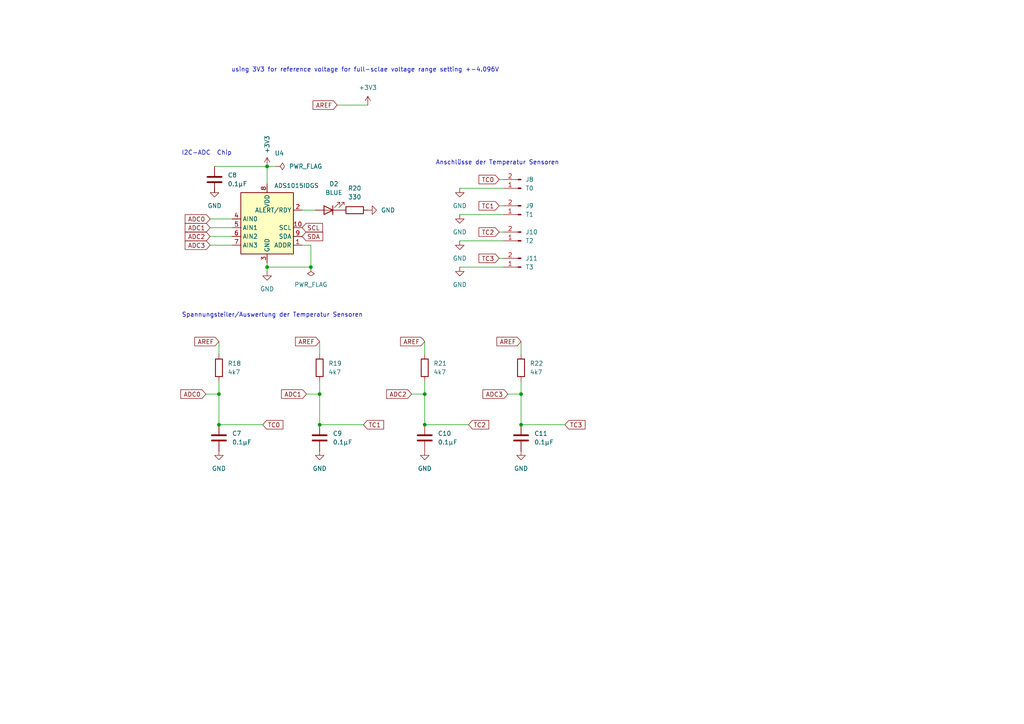
<source format=kicad_sch>
(kicad_sch (version 20231120) (generator "eeschema") (generator_version "8.0")
  (paper "A4")
  (lib_symbols
    (symbol "Analog_ADC:ADS1015IDGS"
      (property "Reference" "U" (at 2.54 13.97 0))
      (property "Value" "ADS1015IDGS" (at 7.62 11.43 0))
      (symbol "ADS1015IDGS_0_1"
        (rectangle (start -7.62 10.16) (end 7.62 -7.62) (stroke (width 0.254)) (fill (type background)))
      )
      (symbol "ADS1015IDGS_1_1"
        (pin input line (at 10.16 -5.08 180) (length 2.54) (name "ADDR") (number "1"))
        (pin input line (at 10.16 0 180) (length 2.54) (name "SCL") (number "10"))
        (pin output line (at 10.16 5.08 180) (length 2.54) (name "ALERT/RDY") (number "2"))
        (pin power_in line (at 0 -10.16 90) (length 2.54) (name "GND") (number "3"))
        (pin input line (at -10.16 2.54 0) (length 2.54) (name "AIN0") (number "4"))
        (pin input line (at -10.16 0 0) (length 2.54) (name "AIN1") (number "5"))
        (pin input line (at -10.16 -2.54 0) (length 2.54) (name "AIN2") (number "6"))
        (pin input line (at -10.16 -5.08 0) (length 2.54) (name "AIN3") (number "7"))
        (pin power_in line (at 0 12.7 270) (length 2.54) (name "VDD") (number "8"))
        (pin bidirectional line (at 10.16 -2.54 180) (length 2.54) (name "SDA") (number "9"))
      )
    )
    (symbol "Connector:Conn_01x02_Male" (pin_names (offset 1.016) hide)
      (property "Reference" "J" (at 0 2.54 0))
      (property "Value" "Conn_01x02_Male" (at 0 -5.08 0))
      (symbol "Conn_01x02_Male_1_1"
        (polyline (pts (xy 1.27 -2.54) (xy 0.8636 -2.54)) (stroke (width 0.1524)))
        (polyline (pts (xy 1.27 0) (xy 0.8636 0)) (stroke (width 0.1524)))
        (rectangle (start 0.8636 -2.413) (end 0 -2.667) (stroke (width 0.1524)) (fill (type outline)))
        (rectangle (start 0.8636 0.127) (end 0 -0.127) (stroke (width 0.1524)) (fill (type outline)))
        (pin passive line (at 5.08 0 180) (length 3.81) (name "Pin_1") (number "1"))
        (pin passive line (at 5.08 -2.54 180) (length 3.81) (name "Pin_2") (number "2"))
      )
    )
    (symbol "Device:C" (pin_numbers hide) (pin_names (offset 0.254))
      (property "Reference" "C" (at 0.635 2.54 0))
      (property "Value" "C" (at 0.635 -2.54 0))
      (symbol "C_0_1"
        (polyline (pts (xy -2.032 -0.762) (xy 2.032 -0.762)) (stroke (width 0.508)))
        (polyline (pts (xy -2.032 0.762) (xy 2.032 0.762)) (stroke (width 0.508)))
      )
      (symbol "C_1_1"
        (pin passive line (at 0 3.81 270) (length 2.794) (name "~") (number "1"))
        (pin passive line (at 0 -3.81 90) (length 2.794) (name "~") (number "2"))
      )
    )
    (symbol "Device:LED" (pin_numbers hide) (pin_names (offset 1.016) hide)
      (property "Reference" "D" (at 0 2.54 0))
      (property "Value" "LED" (at 0 -2.54 0))
      (symbol "LED_0_1"
        (polyline (pts (xy -1.27 -1.27) (xy -1.27 1.27)) (stroke (width 0.254)))
        (polyline (pts (xy -1.27 0) (xy 1.27 0)))
        (polyline (pts (xy 1.27 -1.27) (xy 1.27 1.27) (xy -1.27 0) (xy 1.27 -1.27)) (stroke (width 0.254)))
        (polyline (pts (xy -3.048 -0.762) (xy -4.572 -2.286) (xy -3.81 -2.286) (xy -4.572 -2.286) (xy -4.572 -1.524)))
        (polyline (pts (xy -1.778 -0.762) (xy -3.302 -2.286) (xy -2.54 -2.286) (xy -3.302 -2.286) (xy -3.302 -1.524)))
      )
      (symbol "LED_1_1"
        (pin passive line (at -3.81 0 0) (length 2.54) (name "K") (number "1"))
        (pin passive line (at 3.81 0 180) (length 2.54) (name "A") (number "2"))
      )
    )
    (symbol "Device:R" (pin_numbers hide) (pin_names (offset 0))
      (property "Reference" "R" (at 2.032 0 90))
      (property "Value" "R" (at 0 0 90))
      (symbol "R_0_1"
        (rectangle (start -1.016 -2.54) (end 1.016 2.54) (stroke (width 0.254)))
      )
      (symbol "R_1_1"
        (pin passive line (at 0 3.81 270) (length 1.27) (name "~") (number "1"))
        (pin passive line (at 0 -3.81 90) (length 1.27) (name "~") (number "2"))
      )
    )
    (symbol "power:+3V3" (power) (pin_numbers hide) (pin_names (offset 0) hide)
      (property "Value" "+3V3" (at 0 3.556 0))
      (symbol "+3V3_0_1"
        (polyline (pts (xy -0.762 1.27) (xy 0 2.54)))
        (polyline (pts (xy 0 0) (xy 0 2.54)))
        (polyline (pts (xy 0 2.54) (xy 0.762 1.27)))
      )
      (symbol "+3V3_1_1"
        (pin power_in line (at 0 0 90) (length 0) (name "~") (number "1"))
      )
    )
    (symbol "power:GND" (power) (pin_numbers hide) (pin_names (offset 0) hide)
      (property "Value" "GND" (at 0 -3.81 0))
      (symbol "GND_0_1"
        (polyline (pts (xy 0 0) (xy 0 -1.27) (xy 1.27 -1.27) (xy 0 -2.54) (xy -1.27 -1.27) (xy 0 -1.27)))
      )
      (symbol "GND_1_1"
        (pin power_in line (at 0 0 270) (length 0) (name "~") (number "1"))
      )
    )
    (symbol "power:PWR_FLAG" (power) (pin_numbers hide) (pin_names (offset 0) hide)
      (property "Value" "PWR_FLAG" (at 0 3.81 0))
      (symbol "PWR_FLAG_0_0"
        (pin power_out line (at 0 0 90) (length 0) (name "~") (number "1"))
      )
      (symbol "PWR_FLAG_0_1"
        (polyline (pts (xy 0 0) (xy 0 1.27) (xy -1.016 1.905) (xy 0 2.54) (xy 1.016 1.905) (xy 0 1.27)))
      )
    )
  )
  (junction (at 151.13 123.19))
  (junction (at 77.47 48.26))
  (junction (at 123.19 114.3))
  (junction (at 77.47 77.47))
  (junction (at 92.71 123.19))
  (junction (at 123.19 123.19))
  (junction (at 92.71 114.3))
  (junction (at 90.17 77.47))
  (junction (at 151.13 114.3))
  (junction (at 63.5 123.19))
  (junction (at 63.5 114.3))
  (wire (pts (xy 92.71 123.19) (xy 92.71 114.3)))
  (wire (pts (xy 123.19 114.3) (xy 119.38 114.3)))
  (wire (pts (xy 144.78 67.31) (xy 146.05 67.31)))
  (wire (pts (xy 92.71 123.19) (xy 105.41 123.19)))
  (wire (pts (xy 92.71 114.3) (xy 88.9 114.3)))
  (wire (pts (xy 60.96 71.12) (xy 67.31 71.12)))
  (wire (pts (xy 123.19 114.3) (xy 123.19 110.49)))
  (wire (pts (xy 60.96 68.58) (xy 67.31 68.58)))
  (wire (pts (xy 133.35 54.61) (xy 146.05 54.61)))
  (wire (pts (xy 133.35 62.23) (xy 146.05 62.23)))
  (wire (pts (xy 63.5 110.49) (xy 63.5 114.3)))
  (wire (pts (xy 123.19 123.19) (xy 135.89 123.19)))
  (wire (pts (xy 92.71 110.49) (xy 92.71 114.3)))
  (wire (pts (xy 62.23 55.88) (xy 62.23 54.61)))
  (wire (pts (xy 77.47 48.26) (xy 77.47 53.34)))
  (wire (pts (xy 92.71 99.06) (xy 92.71 102.87)))
  (wire (pts (xy 77.47 48.26) (xy 62.23 48.26)))
  (wire (pts (xy 77.47 78.74) (xy 77.47 77.47)))
  (wire (pts (xy 151.13 99.06) (xy 151.13 102.87)))
  (wire (pts (xy 77.47 77.47) (xy 90.17 77.47)))
  (wire (pts (xy 60.96 63.5) (xy 67.31 63.5)))
  (wire (pts (xy 151.13 123.19) (xy 163.83 123.19)))
  (wire (pts (xy 77.47 77.47) (xy 77.47 76.2)))
  (wire (pts (xy 144.78 59.69) (xy 146.05 59.69)))
  (wire (pts (xy 144.78 74.93) (xy 146.05 74.93)))
  (wire (pts (xy 97.79 30.48) (xy 106.68 30.48)))
  (wire (pts (xy 151.13 123.19) (xy 151.13 114.3)))
  (wire (pts (xy 87.63 60.96) (xy 91.44 60.96)))
  (wire (pts (xy 80.01 48.26) (xy 77.47 48.26)))
  (wire (pts (xy 63.5 99.06) (xy 63.5 102.87)))
  (wire (pts (xy 133.35 77.47) (xy 146.05 77.47)))
  (wire (pts (xy 60.96 66.04) (xy 67.31 66.04)))
  (wire (pts (xy 87.63 71.12) (xy 90.17 71.12)))
  (wire (pts (xy 133.35 69.85) (xy 146.05 69.85)))
  (wire (pts (xy 123.19 99.06) (xy 123.19 102.87)))
  (wire (pts (xy 63.5 114.3) (xy 59.69 114.3)))
  (wire (pts (xy 63.5 123.19) (xy 63.5 114.3)))
  (wire (pts (xy 151.13 110.49) (xy 151.13 114.3)))
  (wire (pts (xy 144.78 52.07) (xy 146.05 52.07)))
  (wire (pts (xy 123.19 123.19) (xy 123.19 114.3)))
  (wire (pts (xy 90.17 71.12) (xy 90.17 77.47)))
  (wire (pts (xy 63.5 123.19) (xy 76.2 123.19)))
  (wire (pts (xy 151.13 114.3) (xy 147.32 114.3)))
  (text "Anschlüsse der Temperatur Sensoren\n" (at 144.272 47.244 0) (effects (font (size 1.27 1.27))))
  (text "I2C-ADC  Chip\n" (at 59.944 44.45 0) (effects (font (size 1.27 1.27))))
  (text "using 3V3 for reference voltage for full-sclae voltage range setting +-4.096V\n" (at 105.918 20.32 0) (effects (font (size 1.27 1.27))))
  (text "Spannungsteiler/Auswertung der Temperatur Sensoren\n" (at 78.994 91.44 0) (effects (font (size 1.27 1.27))))
  (global_label "ADC1" (shape input) (at 88.9 114.3 180) (property "Intersheetrefs" "${INTERSHEET_REFS}" (effects (hide yes))))
  (global_label "ADC2" (shape input) (at 60.96 68.58 180) (property "Intersheetrefs" "${INTERSHEET_REFS}" (effects (hide yes))))
  (global_label "ADC3" (shape input) (at 147.32 114.3 180) (property "Intersheetrefs" "${INTERSHEET_REFS}" (effects (hide yes))))
  (global_label "AREF" (shape input) (at 123.19 99.06 180) (property "Intersheetrefs" "${INTERSHEET_REFS}" (effects (hide yes))))
  (global_label "TC0" (shape input) (at 144.78 52.07 180) (property "Intersheetrefs" "${INTERSHEET_REFS}" (effects (hide yes))))
  (global_label "AREF" (shape input) (at 63.5 99.06 180) (property "Intersheetrefs" "${INTERSHEET_REFS}" (effects (hide yes))))
  (global_label "TC0" (shape input) (at 76.2 123.19 0) (property "Intersheetrefs" "${INTERSHEET_REFS}" (effects (hide yes))))
  (global_label "TC1" (shape input) (at 144.78 59.69 180) (property "Intersheetrefs" "${INTERSHEET_REFS}" (effects (hide yes))))
  (global_label "SDA" (shape input) (at 87.63 68.58 0) (property "Intersheetrefs" "${INTERSHEET_REFS}" (effects (hide yes))))
  (global_label "ADC3" (shape input) (at 60.96 71.12 180) (property "Intersheetrefs" "${INTERSHEET_REFS}" (effects (hide yes))))
  (global_label "AREF" (shape input) (at 151.13 99.06 180) (property "Intersheetrefs" "${INTERSHEET_REFS}" (effects (hide yes))))
  (global_label "ADC0" (shape input) (at 60.96 63.5 180) (property "Intersheetrefs" "${INTERSHEET_REFS}" (effects (hide yes))))
  (global_label "TC3" (shape input) (at 163.83 123.19 0) (property "Intersheetrefs" "${INTERSHEET_REFS}" (effects (hide yes))))
  (global_label "TC3" (shape input) (at 144.78 74.93 180) (property "Intersheetrefs" "${INTERSHEET_REFS}" (effects (hide yes))))
  (global_label "ADC0" (shape input) (at 59.69 114.3 180) (property "Intersheetrefs" "${INTERSHEET_REFS}" (effects (hide yes))))
  (global_label "AREF" (shape input) (at 97.79 30.48 180) (property "Intersheetrefs" "${INTERSHEET_REFS}" (effects (hide yes))))
  (global_label "ADC2" (shape input) (at 119.38 114.3 180) (property "Intersheetrefs" "${INTERSHEET_REFS}" (effects (hide yes))))
  (global_label "TC1" (shape input) (at 105.41 123.19 0) (property "Intersheetrefs" "${INTERSHEET_REFS}" (effects (hide yes))))
  (global_label "TC2" (shape input) (at 135.89 123.19 0) (property "Intersheetrefs" "${INTERSHEET_REFS}" (effects (hide yes))))
  (global_label "ADC1" (shape input) (at 60.96 66.04 180) (property "Intersheetrefs" "${INTERSHEET_REFS}" (effects (hide yes))))
  (global_label "AREF" (shape input) (at 92.71 99.06 180) (property "Intersheetrefs" "${INTERSHEET_REFS}" (effects (hide yes))))
  (global_label "SCL" (shape input) (at 87.63 66.04 0) (property "Intersheetrefs" "${INTERSHEET_REFS}" (effects (hide yes))))
  (global_label "TC2" (shape input) (at 144.78 67.31 180) (property "Intersheetrefs" "${INTERSHEET_REFS}" (effects (hide yes))))
  (symbol (lib_id "power:GND") (at 77.47 78.74 0) (unit 1)
    (property "Reference" "#PWR042" (effects (hide yes)))
    (property "Value" "GND" (at 77.47 83.82 0))
    (property "Description" "Power symbol creates a global label with name \"GND\" , ground" (effects (hide yes)))
  )
  (symbol (lib_id "Connector:Conn_01x02_Male") (at 151.13 69.85 180) (unit 1)
    (property "Reference" "J10" (at 152.4 67.3099 0) (effects (justify right)))
    (property "Value" "T2" (at 152.4 69.8499 0) (effects (justify right)))
    (property "Footprint" "Connector_PinHeader_2.54mm:PinHeader_1x02_P2.54mm_Horizontal" (effects (hide yes)))
    (property "Description" "Generic connector, single row, 01x02, script generated (kicad-library-utils/schlib/autogen/connector/)" (effects (hide yes)))
  )
  (symbol (lib_id "Device:C") (at 63.5 127 0) (unit 1)
    (property "Reference" "C7" (at 67.31 125.7299 0) (effects (justify left)))
    (property "Value" "0.1µF" (at 67.31 128.2699 0) (effects (justify left)))
    (property "Footprint" "Capacitor_SMD:C_0402_1005Metric" (effects (hide yes)))
    (property "Description" "Unpolarized capacitor" (effects (hide yes)))
  )
  (symbol (lib_id "power:PWR_FLAG") (at 80.01 48.26 270) (unit 1)
    (property "Reference" "#FLG03" (effects (hide yes)))
    (property "Value" "PWR_FLAG" (at 83.82 48.2599 90) (effects (justify left)))
    (property "Description" "Special symbol for telling ERC where power comes from" (effects (hide yes)))
  )
  (symbol (lib_id "Device:C") (at 62.23 52.07 0) (unit 1)
    (property "Reference" "C8" (at 66.04 50.7999 0) (effects (justify left)))
    (property "Value" "0.1µF" (at 66.04 53.3399 0) (effects (justify left)))
    (property "Footprint" "Capacitor_SMD:C_0402_1005Metric" (effects (hide yes)))
    (property "Description" "Unpolarized capacitor" (effects (hide yes)))
  )
  (symbol (lib_id "power:GND") (at 106.68 60.96 90) (unit 1)
    (property "Reference" "#PWR044" (effects (hide yes)))
    (property "Value" "GND" (at 110.49 60.9599 90) (effects (justify right)))
    (property "Description" "Power symbol creates a global label with name \"GND\" , ground" (effects (hide yes)))
  )
  (symbol (lib_id "Connector:Conn_01x02_Male") (at 151.13 54.61 180) (unit 1)
    (property "Reference" "J8" (at 152.4 52.0699 0) (effects (justify right)))
    (property "Value" "T0" (at 152.4 54.6099 0) (effects (justify right)))
    (property "Footprint" "Connector_PinHeader_2.54mm:PinHeader_1x02_P2.54mm_Horizontal" (effects (hide yes)))
    (property "Description" "Generic connector, single row, 01x02, script generated (kicad-library-utils/schlib/autogen/connector/)" (effects (hide yes)))
  )
  (symbol (lib_id "Device:R") (at 151.13 106.68 0) (unit 1)
    (property "Reference" "R22" (at 153.67 105.4099 0) (effects (justify left)))
    (property "Value" "4k7" (at 153.67 107.9499 0) (effects (justify left)))
    (property "Footprint" "Resistor_SMD:R_0402_1005Metric" (effects (hide yes)))
    (property "Description" "Resistor" (effects (hide yes)))
  )
  (symbol (lib_id "Device:C") (at 123.19 127 0) (unit 1)
    (property "Reference" "C10" (at 127 125.7299 0) (effects (justify left)))
    (property "Value" "0.1µF" (at 127 128.2699 0) (effects (justify left)))
    (property "Footprint" "Capacitor_SMD:C_0402_1005Metric" (effects (hide yes)))
    (property "Description" "Unpolarized capacitor" (effects (hide yes)))
  )
  (symbol (lib_id "power:PWR_FLAG") (at 90.17 77.47 180) (unit 1)
    (property "Reference" "#FLG04" (effects (hide yes)))
    (property "Value" "PWR_FLAG" (at 90.17 82.55 0))
    (property "Description" "Special symbol for telling ERC where power comes from" (effects (hide yes)))
  )
  (symbol (lib_id "Connector:Conn_01x02_Male") (at 151.13 62.23 180) (unit 1)
    (property "Reference" "J9" (at 152.4 59.6899 0) (effects (justify right)))
    (property "Value" "T1" (at 152.4 62.2299 0) (effects (justify right)))
    (property "Footprint" "Connector_PinHeader_2.54mm:PinHeader_1x02_P2.54mm_Horizontal" (effects (hide yes)))
    (property "Description" "Generic connector, single row, 01x02, script generated (kicad-library-utils/schlib/autogen/connector/)" (effects (hide yes)))
  )
  (symbol (lib_id "Device:C") (at 151.13 127 0) (unit 1)
    (property "Reference" "C11" (at 154.94 125.7299 0) (effects (justify left)))
    (property "Value" "0.1µF" (at 154.94 128.2699 0) (effects (justify left)))
    (property "Footprint" "Capacitor_SMD:C_0402_1005Metric" (effects (hide yes)))
    (property "Description" "Unpolarized capacitor" (effects (hide yes)))
  )
  (symbol (lib_id "Device:R") (at 123.19 106.68 0) (unit 1)
    (property "Reference" "R21" (at 125.73 105.4099 0) (effects (justify left)))
    (property "Value" "4k7" (at 125.73 107.9499 0) (effects (justify left)))
    (property "Footprint" "Resistor_SMD:R_0402_1005Metric" (effects (hide yes)))
    (property "Description" "Resistor" (effects (hide yes)))
  )
  (symbol (lib_id "power:+3V3") (at 77.47 48.26 0) (unit 1)
    (property "Reference" "#PWR038" (effects (hide yes)))
    (property "Value" "+3V3" (at 77.47 41.91 90))
    (property "Description" "Power symbol creates a global label with name \"+3V3\"" (effects (hide yes)))
  )
  (symbol (lib_id "power:+3V3") (at 106.68 30.48 0) (unit 1)
    (property "Reference" "#PWR0107" (effects (hide yes)))
    (property "Value" "+3V3" (at 106.68 25.4 0))
    (property "Description" "Power symbol creates a global label with name \"+3V3\"" (effects (hide yes)))
  )
  (symbol (lib_id "Device:LED") (at 95.25 60.96 180) (unit 1)
    (property "Reference" "D2" (at 96.8375 53.34 0))
    (property "Value" "BLUE" (at 96.8375 55.88 0))
    (property "Footprint" "LED_SMD:LED_0805_2012Metric" (effects (hide yes)))
    (property "Description" "Light emitting diode" (effects (hide yes)))
  )
  (symbol (lib_id "power:GND") (at 133.35 69.85 0) (unit 1)
    (property "Reference" "#PWR049" (effects (hide yes)))
    (property "Value" "GND" (at 133.35 74.93 0))
    (property "Description" "Power symbol creates a global label with name \"GND\" , ground" (effects (hide yes)))
  )
  (symbol (lib_id "Device:R") (at 102.87 60.96 270) (unit 1)
    (property "Reference" "R20" (at 102.87 54.61 90))
    (property "Value" "330" (at 102.87 57.15 90))
    (property "Footprint" "Resistor_SMD:R_0402_1005Metric" (effects (hide yes)))
    (property "Description" "Resistor" (effects (hide yes)))
  )
  (symbol (lib_id "power:GND") (at 133.35 77.47 0) (unit 1)
    (property "Reference" "#PWR050" (effects (hide yes)))
    (property "Value" "GND" (at 133.35 82.55 0))
    (property "Description" "Power symbol creates a global label with name \"GND\" , ground" (effects (hide yes)))
  )
  (symbol (lib_id "power:GND") (at 62.23 54.61 0) (unit 1)
    (property "Reference" "#PWR040" (effects (hide yes)))
    (property "Value" "GND" (at 62.23 59.69 0))
    (property "Description" "Power symbol creates a global label with name \"GND\" , ground" (effects (hide yes)))
  )
  (symbol (lib_id "Device:R") (at 63.5 106.68 0) (unit 1)
    (property "Reference" "R18" (at 66.04 105.4099 0) (effects (justify left)))
    (property "Value" "4k7" (at 66.04 107.9499 0) (effects (justify left)))
    (property "Footprint" "Resistor_SMD:R_0402_1005Metric" (effects (hide yes)))
    (property "Description" "Resistor" (effects (hide yes)))
  )
  (symbol (lib_id "Device:R") (at 92.71 106.68 0) (unit 1)
    (property "Reference" "R19" (at 95.25 105.4099 0) (effects (justify left)))
    (property "Value" "4k7" (at 95.25 107.9499 0) (effects (justify left)))
    (property "Footprint" "Resistor_SMD:R_0402_1005Metric" (effects (hide yes)))
    (property "Description" "Resistor" (effects (hide yes)))
  )
  (symbol (lib_id "Connector:Conn_01x02_Male") (at 151.13 77.47 180) (unit 1)
    (property "Reference" "J11" (at 152.4 74.9299 0) (effects (justify right)))
    (property "Value" "T3" (at 152.4 77.4699 0) (effects (justify right)))
    (property "Footprint" "Connector_PinHeader_2.54mm:PinHeader_1x02_P2.54mm_Horizontal" (effects (hide yes)))
    (property "Description" "Generic connector, single row, 01x02, script generated (kicad-library-utils/schlib/autogen/connector/)" (effects (hide yes)))
  )
  (symbol (lib_id "power:GND") (at 133.35 54.61 0) (unit 1)
    (property "Reference" "#PWR047" (effects (hide yes)))
    (property "Value" "GND" (at 133.35 59.69 0))
    (property "Description" "Power symbol creates a global label with name \"GND\" , ground" (effects (hide yes)))
  )
  (symbol (lib_id "Analog_ADC:ADS1015IDGS") (at 77.47 66.04 0) (unit 1)
    (property "Reference" "U4" (at 79.6641 44.45 0) (effects (justify left)))
    (property "Value" "ADS1015IDGS" (at 79.502 53.848 0) (effects (justify left)))
    (property "Footprint" "Package_SO:TSSOP-10_3x3mm_P0.5mm" (effects (hide yes)))
    (property "Datasheet" "http://www.ti.com/lit/ds/symlink/ads1015.pdf" (effects (hide yes)))
    (property "Description" "Ultra-Small, Low-Power, I2C-Compatible, 3.3-kSPS, 12-Bit ADCs With Internal Reference, Oscillator, and Programmable Comparator, VSSOP-10" (effects (hide yes)))
  )
  (symbol (lib_id "Device:C") (at 92.71 127 0) (unit 1)
    (property "Reference" "C9" (at 96.52 125.7299 0) (effects (justify left)))
    (property "Value" "0.1µF" (at 96.52 128.2699 0) (effects (justify left)))
    (property "Footprint" "Capacitor_SMD:C_0402_1005Metric" (effects (hide yes)))
    (property "Description" "Unpolarized capacitor" (effects (hide yes)))
  )
  (symbol (lib_id "power:GND") (at 63.5 130.81 0) (unit 1)
    (property "Reference" "#PWR039" (effects (hide yes)))
    (property "Value" "GND" (at 63.5 135.89 0))
    (property "Description" "Power symbol creates a global label with name \"GND\" , ground" (effects (hide yes)))
  )
  (symbol (lib_id "power:GND") (at 151.13 130.81 0) (unit 1)
    (property "Reference" "#PWR046" (effects (hide yes)))
    (property "Value" "GND" (at 151.13 135.89 0))
    (property "Description" "Power symbol creates a global label with name \"GND\" , ground" (effects (hide yes)))
  )
  (symbol (lib_id "power:GND") (at 123.19 130.81 0) (unit 1)
    (property "Reference" "#PWR045" (effects (hide yes)))
    (property "Value" "GND" (at 123.19 135.89 0))
    (property "Description" "Power symbol creates a global label with name \"GND\" , ground" (effects (hide yes)))
  )
  (symbol (lib_id "power:GND") (at 92.71 130.81 0) (unit 1)
    (property "Reference" "#PWR043" (effects (hide yes)))
    (property "Value" "GND" (at 92.71 135.89 0))
    (property "Description" "Power symbol creates a global label with name \"GND\" , ground" (effects (hide yes)))
  )
  (symbol (lib_id "power:GND") (at 133.35 62.23 0) (unit 1)
    (property "Reference" "#PWR048" (effects (hide yes)))
    (property "Value" "GND" (at 133.35 67.31 0))
    (property "Description" "Power symbol creates a global label with name \"GND\" , ground" (effects (hide yes)))
  )
)
</source>
